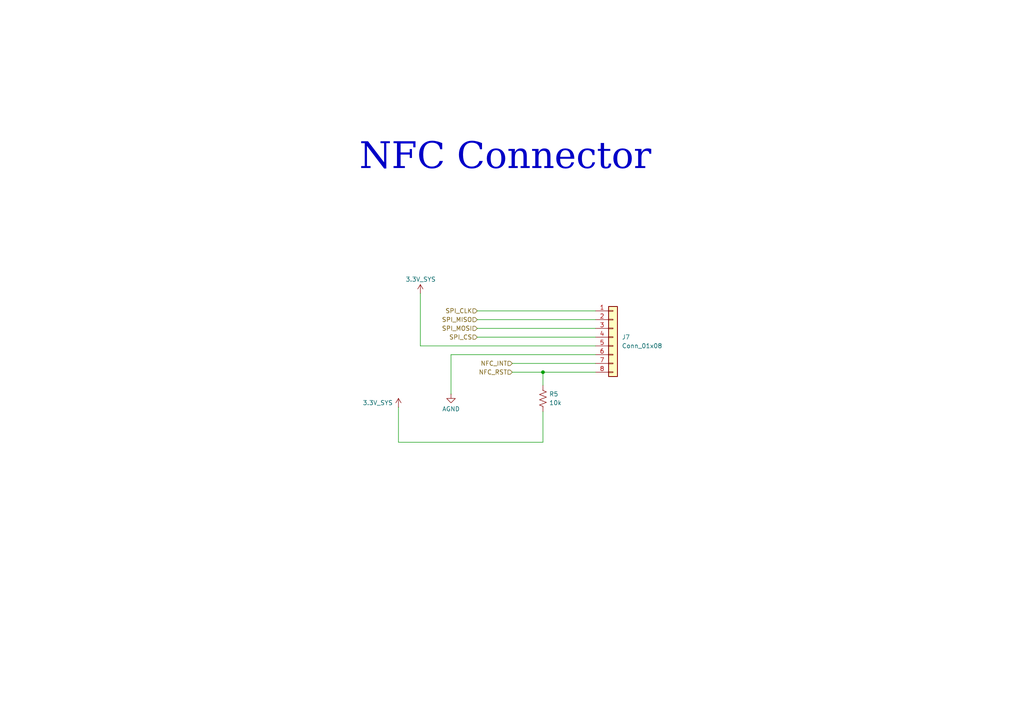
<source format=kicad_sch>
(kicad_sch (version 20231120) (generator "eeschema") (generator_version "8.0")
  (paper "A4")
  (lib_symbols
    (symbol "Connector_Generic:Conn_01x08" (pin_names (offset 1.016) hide)
      (property "Reference" "J" (at 0 10.16 0))
      (property "Value" "Conn_01x08" (at 0 -12.7 0))
      (symbol "Conn_01x08_1_1"
        (rectangle (start -1.27 -10.033) (end 0 -10.287) (stroke (width 0.1524)))
        (rectangle (start -1.27 -7.493) (end 0 -7.747) (stroke (width 0.1524)))
        (rectangle (start -1.27 -4.953) (end 0 -5.207) (stroke (width 0.1524)))
        (rectangle (start -1.27 -2.413) (end 0 -2.667) (stroke (width 0.1524)))
        (rectangle (start -1.27 0.127) (end 0 -0.127) (stroke (width 0.1524)))
        (rectangle (start -1.27 2.667) (end 0 2.413) (stroke (width 0.1524)))
        (rectangle (start -1.27 5.207) (end 0 4.953) (stroke (width 0.1524)))
        (rectangle (start -1.27 7.747) (end 0 7.493) (stroke (width 0.1524)))
        (rectangle (start -1.27 8.89) (end 1.27 -11.43) (stroke (width 0.254)) (fill (type background)))
        (pin passive line (at -5.08 7.62 0) (length 3.81) (name "Pin_1") (number "1"))
        (pin passive line (at -5.08 5.08 0) (length 3.81) (name "Pin_2") (number "2"))
        (pin passive line (at -5.08 2.54 0) (length 3.81) (name "Pin_3") (number "3"))
        (pin passive line (at -5.08 0 0) (length 3.81) (name "Pin_4") (number "4"))
        (pin passive line (at -5.08 -2.54 0) (length 3.81) (name "Pin_5") (number "5"))
        (pin passive line (at -5.08 -5.08 0) (length 3.81) (name "Pin_6") (number "6"))
        (pin passive line (at -5.08 -7.62 0) (length 3.81) (name "Pin_7") (number "7"))
        (pin passive line (at -5.08 -10.16 0) (length 3.81) (name "Pin_8") (number "8"))
      )
    )
    (symbol "Device:R_US" (pin_numbers hide) (pin_names (offset 0))
      (property "Reference" "R" (at 2.54 0 90))
      (property "Value" "R_US" (at -2.54 0 90))
      (symbol "R_US_0_1"
        (polyline (pts (xy 0 -2.286) (xy 0 -2.54)))
        (polyline (pts (xy 0 2.286) (xy 0 2.54)))
        (polyline (pts (xy 0 -0.762) (xy 1.016 -1.143) (xy 0 -1.524) (xy -1.016 -1.905) (xy 0 -2.286)))
        (polyline (pts (xy 0 0.762) (xy 1.016 0.381) (xy 0 0) (xy -1.016 -0.381) (xy 0 -0.762)))
        (polyline (pts (xy 0 2.286) (xy 1.016 1.905) (xy 0 1.524) (xy -1.016 1.143) (xy 0 0.762)))
      )
      (symbol "R_US_1_1"
        (pin passive line (at 0 3.81 270) (length 1.27) (name "~") (number "1"))
        (pin passive line (at 0 -3.81 90) (length 1.27) (name "~") (number "2"))
      )
    )
    (symbol "power:+3.3V" (power) (pin_numbers hide) (pin_names (offset 0) hide)
      (property "Value" "+3.3V" (at 0 3.556 0))
      (symbol "+3.3V_0_1"
        (polyline (pts (xy -0.762 1.27) (xy 0 2.54)))
        (polyline (pts (xy 0 0) (xy 0 2.54)))
        (polyline (pts (xy 0 2.54) (xy 0.762 1.27)))
      )
      (symbol "+3.3V_1_1"
        (pin power_in line (at 0 0 90) (length 0) (name "~") (number "1"))
      )
    )
    (symbol "power:GND" (power) (pin_numbers hide) (pin_names (offset 0) hide)
      (property "Value" "GND" (at 0 -3.81 0))
      (symbol "GND_0_1"
        (polyline (pts (xy 0 0) (xy 0 -1.27) (xy 1.27 -1.27) (xy 0 -2.54) (xy -1.27 -1.27) (xy 0 -1.27)))
      )
      (symbol "GND_1_1"
        (pin power_in line (at 0 0 270) (length 0) (name "~") (number "1"))
      )
    )
  )
  (junction (at 157.48 107.95))
  (wire (pts (xy 148.59 107.95) (xy 157.48 107.95)))
  (wire (pts (xy 157.48 119.38) (xy 157.48 128.27)))
  (wire (pts (xy 157.48 107.95) (xy 172.72 107.95)))
  (wire (pts (xy 157.48 128.27) (xy 115.57 128.27)))
  (wire (pts (xy 115.57 128.27) (xy 115.57 118.11)))
  (wire (pts (xy 138.43 92.71) (xy 172.72 92.71)))
  (wire (pts (xy 138.43 97.79) (xy 172.72 97.79)))
  (wire (pts (xy 148.59 105.41) (xy 172.72 105.41)))
  (wire (pts (xy 121.92 100.33) (xy 172.72 100.33)))
  (wire (pts (xy 157.48 107.95) (xy 157.48 111.76)))
  (wire (pts (xy 130.81 102.87) (xy 172.72 102.87)))
  (wire (pts (xy 138.43 95.25) (xy 172.72 95.25)))
  (wire (pts (xy 130.81 114.3) (xy 130.81 102.87)))
  (wire (pts (xy 121.92 85.09) (xy 121.92 100.33)))
  (wire (pts (xy 138.43 90.17) (xy 172.72 90.17)))
  (text "NFC Connector" (at 146.558 47.752 0) (effects (font (size 7.62 7.62) (thickness 0.9525))))
  (hierarchical_label "NFC_RST" (shape input) (at 148.59 107.95 180))
  (hierarchical_label "SPI_CS" (shape input) (at 138.43 97.79 180))
  (hierarchical_label "SPI_MOSI" (shape input) (at 138.43 95.25 180))
  (hierarchical_label "SPI_CLK" (shape input) (at 138.43 90.17 180))
  (hierarchical_label "NFC_INT" (shape input) (at 148.59 105.41 180))
  (hierarchical_label "SPI_MISO" (shape input) (at 138.43 92.71 180))
  (symbol (lib_id "power:GND") (at 130.81 114.3 0) (unit 1)
    (property "Reference" "#PWR036" (effects (hide yes)))
    (property "Value" "AGND" (at 130.81 118.618 0))
    (property "Description" "Power symbol creates a global label with name \"GND\" , ground" (effects (hide yes)))
  )
  (symbol (lib_id "Connector_Generic:Conn_01x08") (at 177.8 97.79 0) (unit 1)
    (property "Reference" "J7" (at 180.34 97.7899 0) (effects (justify left)))
    (property "Value" "Conn_01x08" (at 180.34 100.3299 0) (effects (justify left)))
    (property "Footprint" "Connector_PinHeader_2.54mm:PinHeader_1x08_P2.54mm_Vertical" (effects (hide yes)))
    (property "Description" "Generic connector, single row, 01x08, script generated (kicad-library-utils/schlib/autogen/connector/)" (effects (hide yes)))
  )
  (symbol (lib_id "Device:R_US") (at 157.48 115.57 0) (unit 1)
    (property "Reference" "R5" (at 159.258 114.3 0) (effects (justify left)))
    (property "Value" "10k" (at 159.258 116.84 0) (effects (justify left)))
    (property "Footprint" "Resistor_SMD:R_0805_2012Metric" (effects (hide yes)))
    (property "Description" "Resistor, US symbol" (effects (hide yes)))
  )
  (symbol (lib_id "power:+3.3V") (at 115.57 118.11 0) (unit 1)
    (property "Reference" "#PWR032" (effects (hide yes)))
    (property "Value" "3.3V_SYS" (at 105.156 116.84 0) (effects (justify left)))
    (property "Description" "Power symbol creates a global label with name \"+3.3V\"" (effects (hide yes)))
  )
  (symbol (lib_id "power:+3.3V") (at 121.92 85.09 0) (unit 1)
    (property "Reference" "#PWR033" (effects (hide yes)))
    (property "Value" "3.3V_SYS" (at 117.602 81.026 0) (effects (justify left)))
    (property "Description" "Power symbol creates a global label with name \"+3.3V\"" (effects (hide yes)))
  )
)
</source>
